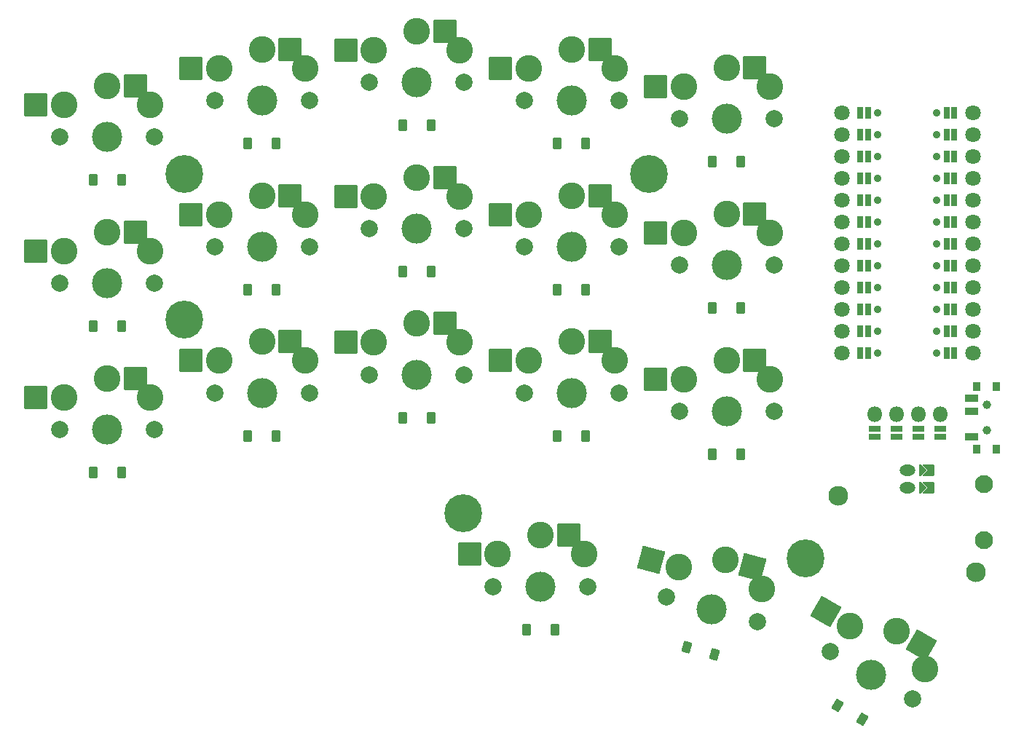
<source format=gbr>
%TF.GenerationSoftware,KiCad,Pcbnew,8.0.1*%
%TF.CreationDate,2024-12-01T01:33:27+09:00*%
%TF.ProjectId,corney_island_wireless_autorouted,636f726e-6579-45f6-9973-6c616e645f77,0.2*%
%TF.SameCoordinates,Original*%
%TF.FileFunction,Soldermask,Top*%
%TF.FilePolarity,Negative*%
%FSLAX46Y46*%
G04 Gerber Fmt 4.6, Leading zero omitted, Abs format (unit mm)*
G04 Created by KiCad (PCBNEW 8.0.1) date 2024-12-01 01:33:27*
%MOMM*%
%LPD*%
G01*
G04 APERTURE LIST*
G04 Aperture macros list*
%AMRoundRect*
0 Rectangle with rounded corners*
0 $1 Rounding radius*
0 $2 $3 $4 $5 $6 $7 $8 $9 X,Y pos of 4 corners*
0 Add a 4 corners polygon primitive as box body*
4,1,4,$2,$3,$4,$5,$6,$7,$8,$9,$2,$3,0*
0 Add four circle primitives for the rounded corners*
1,1,$1+$1,$2,$3*
1,1,$1+$1,$4,$5*
1,1,$1+$1,$6,$7*
1,1,$1+$1,$8,$9*
0 Add four rect primitives between the rounded corners*
20,1,$1+$1,$2,$3,$4,$5,0*
20,1,$1+$1,$4,$5,$6,$7,0*
20,1,$1+$1,$6,$7,$8,$9,0*
20,1,$1+$1,$8,$9,$2,$3,0*%
%AMFreePoly0*
4,1,16,0.635355,0.285355,0.650000,0.250000,0.650000,-1.000000,0.635355,-1.035355,0.600000,-1.050000,0.564645,-1.035355,0.000000,-0.470710,-0.564645,-1.035355,-0.600000,-1.050000,-0.635355,-1.035355,-0.650000,-1.000000,-0.650000,0.250000,-0.635355,0.285355,-0.600000,0.300000,0.600000,0.300000,0.635355,0.285355,0.635355,0.285355,$1*%
%AMFreePoly1*
4,1,14,0.035355,0.435355,0.635355,-0.164645,0.650000,-0.200000,0.650000,-0.400000,0.635355,-0.435355,0.600000,-0.450000,-0.600000,-0.450000,-0.635355,-0.435355,-0.650000,-0.400000,-0.650000,-0.200000,-0.635355,-0.164645,-0.035355,0.435355,0.000000,0.450000,0.035355,0.435355,0.035355,0.435355,$1*%
G04 Aperture macros list end*
%ADD10C,2.100000*%
%ADD11RoundRect,0.050000X0.450000X0.600000X-0.450000X0.600000X-0.450000X-0.600000X0.450000X-0.600000X0*%
%ADD12C,4.400000*%
%ADD13C,2.000000*%
%ADD14C,3.100000*%
%ADD15C,3.500000*%
%ADD16RoundRect,0.050000X-1.300000X-1.300000X1.300000X-1.300000X1.300000X1.300000X-1.300000X1.300000X0*%
%ADD17C,1.800000*%
%ADD18RoundRect,0.050000X-0.300000X-0.600000X0.300000X-0.600000X0.300000X0.600000X-0.300000X0.600000X0*%
%ADD19C,0.900000*%
%ADD20RoundRect,0.050000X-1.775833X-0.475833X0.475833X-1.775833X1.775833X0.475833X-0.475833X1.775833X0*%
%ADD21RoundRect,0.050000X0.400000X-0.500000X0.400000X0.500000X-0.400000X0.500000X-0.400000X-0.500000X0*%
%ADD22C,1.000000*%
%ADD23RoundRect,0.050000X0.750000X-0.350000X0.750000X0.350000X-0.750000X0.350000X-0.750000X-0.350000X0*%
%ADD24RoundRect,0.050000X0.689711X0.294615X-0.089711X0.744615X-0.689711X-0.294615X0.089711X-0.744615X0*%
%ADD25RoundRect,0.050000X0.589958X0.463087X-0.279375X0.696024X-0.589958X-0.463087X0.279375X-0.696024X0*%
%ADD26RoundRect,0.050000X-1.592168X-0.919239X0.919239X-1.592168X1.592168X0.919239X-0.919239X1.592168X0*%
%ADD27C,2.300000*%
%ADD28FreePoly0,270.000000*%
%ADD29O,1.850000X1.300000*%
%ADD30FreePoly1,270.000000*%
%ADD31O,1.800000X1.800000*%
%ADD32RoundRect,0.050000X0.600000X-0.300000X0.600000X0.300000X-0.600000X0.300000X-0.600000X-0.300000X0*%
G04 APERTURE END LIST*
D10*
%TO.C,B1*%
X201900000Y-106375000D03*
X201900000Y-112875000D03*
%TD*%
D11*
%TO.C,D27*%
X137650000Y-64625000D03*
X134350000Y-64625000D03*
%TD*%
D12*
%TO.C,MH4*%
X109000000Y-87250000D03*
%TD*%
D13*
%TO.C,S29*%
X148500000Y-78750000D03*
D14*
X149000000Y-75000000D03*
X154000000Y-72800000D03*
D15*
X154000000Y-78750000D03*
D13*
X159500000Y-78750000D03*
D16*
X157275000Y-72800000D03*
X145725000Y-75000000D03*
%TD*%
D13*
%TO.C,S25*%
X130500000Y-93625000D03*
D14*
X131000000Y-89875000D03*
X136000000Y-87675000D03*
D15*
X136000000Y-93625000D03*
D13*
X141500000Y-93625000D03*
D16*
X139275000Y-87675000D03*
X127725000Y-89875000D03*
%TD*%
D17*
%TO.C,MCU1*%
X200620000Y-63170000D03*
X200620000Y-65710000D03*
X200620000Y-68250000D03*
X200620000Y-70790000D03*
X200620000Y-73330000D03*
X200620000Y-75870000D03*
X200620000Y-78410000D03*
X200620000Y-80950000D03*
X200620000Y-83490000D03*
X200620000Y-86030000D03*
X200620000Y-88570000D03*
X200620000Y-91110000D03*
X185380000Y-91110000D03*
D18*
X187520000Y-91110000D03*
X198480000Y-91110000D03*
D17*
X185380000Y-88570000D03*
D18*
X187520000Y-88570000D03*
X198480000Y-88570000D03*
D17*
X185380000Y-86030000D03*
D18*
X187520000Y-86030000D03*
X198480000Y-86030000D03*
D17*
X185380000Y-83490000D03*
D18*
X187520000Y-83490000D03*
X198480000Y-83490000D03*
D17*
X185380000Y-80950000D03*
D18*
X187520000Y-80950000D03*
X198480000Y-80950000D03*
D17*
X185380000Y-78410000D03*
D18*
X187520000Y-78410000D03*
X198480000Y-78410000D03*
D17*
X185380000Y-75870000D03*
D18*
X187520000Y-75870000D03*
X198480000Y-75870000D03*
D17*
X185380000Y-73330000D03*
D18*
X187520000Y-73330000D03*
X198480000Y-73330000D03*
D17*
X185380000Y-70790000D03*
D18*
X187520000Y-70790000D03*
X198480000Y-70790000D03*
D17*
X185380000Y-68250000D03*
D18*
X187520000Y-68250000D03*
X198480000Y-68250000D03*
D17*
X185380000Y-65710000D03*
D18*
X187520000Y-65710000D03*
X198480000Y-65710000D03*
D17*
X185380000Y-63170000D03*
D18*
X187520000Y-63170000D03*
X198480000Y-63170000D03*
D19*
X196400000Y-63170000D03*
D18*
X197580000Y-63170000D03*
D19*
X196400000Y-65710000D03*
D18*
X197580000Y-65710000D03*
D19*
X196400000Y-68250000D03*
D18*
X197580000Y-68250000D03*
D19*
X196400000Y-70790000D03*
D18*
X197580000Y-70790000D03*
D19*
X196400000Y-73330000D03*
D18*
X197580000Y-73330000D03*
D19*
X196400000Y-75870000D03*
D18*
X197580000Y-75870000D03*
D19*
X196400000Y-78410000D03*
D18*
X197580000Y-78410000D03*
D19*
X196400000Y-80950000D03*
D18*
X197580000Y-80950000D03*
D19*
X196400000Y-83490000D03*
D18*
X197580000Y-83490000D03*
D19*
X196400000Y-86030000D03*
D18*
X197580000Y-86030000D03*
D19*
X196400000Y-88570000D03*
D18*
X197580000Y-88570000D03*
D19*
X196400000Y-91110000D03*
D18*
X197580000Y-91110000D03*
X188420000Y-91110000D03*
D19*
X189600000Y-91110000D03*
D18*
X188420000Y-88570000D03*
D19*
X189600000Y-88570000D03*
D18*
X188420000Y-86030000D03*
D19*
X189600000Y-86030000D03*
D18*
X188420000Y-83490000D03*
D19*
X189600000Y-83490000D03*
D18*
X188420000Y-80950000D03*
D19*
X189600000Y-80950000D03*
D18*
X188420000Y-78410000D03*
D19*
X189600000Y-78410000D03*
D18*
X188420000Y-75870000D03*
D19*
X189600000Y-75870000D03*
D18*
X188420000Y-73330000D03*
D19*
X189600000Y-73330000D03*
D18*
X188420000Y-70790000D03*
D19*
X189600000Y-70790000D03*
D18*
X188420000Y-68250000D03*
D19*
X189600000Y-68250000D03*
D18*
X188420000Y-65710000D03*
D19*
X189600000Y-65710000D03*
D18*
X188420000Y-63170000D03*
D19*
X189600000Y-63170000D03*
%TD*%
D11*
%TO.C,D32*%
X173650000Y-85875000D03*
X170350000Y-85875000D03*
%TD*%
%TO.C,D30*%
X155650000Y-66750000D03*
X152350000Y-66750000D03*
%TD*%
D13*
%TO.C,S21*%
X94500000Y-66000000D03*
D14*
X95000000Y-62250000D03*
X100000000Y-60050000D03*
D15*
X100000000Y-66000000D03*
D13*
X105500000Y-66000000D03*
D16*
X103275000Y-60050000D03*
X91725000Y-62250000D03*
%TD*%
D11*
%TO.C,D19*%
X101650000Y-105000000D03*
X98350000Y-105000000D03*
%TD*%
%TO.C,D26*%
X137650000Y-81625000D03*
X134350000Y-81625000D03*
%TD*%
D13*
%TO.C,S36*%
X184067760Y-125822500D03*
D14*
X186375773Y-122824905D03*
X191805900Y-123419649D03*
D15*
X188830900Y-128572500D03*
D13*
X193594040Y-131322500D03*
D20*
X194642133Y-125057149D03*
X183539540Y-121187405D03*
%TD*%
D13*
%TO.C,S22*%
X112500000Y-95750000D03*
D14*
X113000000Y-92000000D03*
X118000000Y-89800000D03*
D15*
X118000000Y-95750000D03*
D13*
X123500000Y-95750000D03*
D16*
X121275000Y-89800000D03*
X109725000Y-92000000D03*
%TD*%
D12*
%TO.C,MH5*%
X163000000Y-70250000D03*
%TD*%
%TO.C,MH6*%
X141400000Y-109775000D03*
%TD*%
D13*
%TO.C,S31*%
X166500000Y-97875000D03*
D14*
X167000000Y-94125000D03*
X172000000Y-91925000D03*
D15*
X172000000Y-97875000D03*
D13*
X177500000Y-97875000D03*
D16*
X175275000Y-91925000D03*
X163725000Y-94125000D03*
%TD*%
D11*
%TO.C,D33*%
X173650000Y-68875000D03*
X170350000Y-68875000D03*
%TD*%
D21*
%TO.C,PWR1*%
X201115000Y-94975000D03*
X201115000Y-102275000D03*
D22*
X202225000Y-97125000D03*
X202225000Y-100125000D03*
D21*
X203325000Y-94975000D03*
X203325000Y-102275000D03*
D23*
X200465000Y-100875000D03*
X200465000Y-97875000D03*
X200465000Y-96375000D03*
%TD*%
D13*
%TO.C,S26*%
X130500000Y-76625000D03*
D14*
X131000000Y-72875000D03*
X136000000Y-70675000D03*
D15*
X136000000Y-76625000D03*
D13*
X141500000Y-76625000D03*
D16*
X139275000Y-70675000D03*
X127725000Y-72875000D03*
%TD*%
D11*
%TO.C,D20*%
X101650000Y-88000000D03*
X98350000Y-88000000D03*
%TD*%
D13*
%TO.C,S32*%
X166500000Y-80875000D03*
D14*
X167000000Y-77125000D03*
X172000000Y-74925000D03*
D15*
X172000000Y-80875000D03*
D13*
X177500000Y-80875000D03*
D16*
X175275000Y-74925000D03*
X163725000Y-77125000D03*
%TD*%
D11*
%TO.C,D21*%
X101650000Y-71000000D03*
X98350000Y-71000000D03*
%TD*%
%TO.C,D31*%
X173650000Y-102875000D03*
X170350000Y-102875000D03*
%TD*%
D24*
%TO.C,D36*%
X187759842Y-133727700D03*
X184901958Y-132077700D03*
%TD*%
D11*
%TO.C,D28*%
X155650000Y-100750000D03*
X152350000Y-100750000D03*
%TD*%
%TO.C,D29*%
X155650000Y-83750000D03*
X152350000Y-83750000D03*
%TD*%
D25*
%TO.C,D35*%
X170592978Y-126150650D03*
X167405422Y-125296550D03*
%TD*%
D11*
%TO.C,D23*%
X119650000Y-83750000D03*
X116350000Y-83750000D03*
%TD*%
D13*
%TO.C,S27*%
X130500000Y-59625000D03*
D14*
X131000000Y-55875000D03*
X136000000Y-53675000D03*
D15*
X136000000Y-59625000D03*
D13*
X141500000Y-59625000D03*
D16*
X139275000Y-53675000D03*
X127725000Y-55875000D03*
%TD*%
D11*
%TO.C,D22*%
X119650000Y-100750000D03*
X116350000Y-100750000D03*
%TD*%
D13*
%TO.C,S33*%
X166500000Y-63875000D03*
D14*
X167000000Y-60125000D03*
X172000000Y-57925000D03*
D15*
X172000000Y-63875000D03*
D13*
X177500000Y-63875000D03*
D16*
X175275000Y-57925000D03*
X163725000Y-60125000D03*
%TD*%
D13*
%TO.C,S35*%
X164980708Y-119470495D03*
D14*
X166434242Y-115977683D03*
X171833273Y-115146741D03*
D15*
X170293300Y-120894000D03*
D13*
X175605892Y-122317505D03*
D26*
X174996680Y-115994374D03*
X163270835Y-115130051D03*
%TD*%
D13*
%TO.C,S23*%
X112500000Y-78750000D03*
D14*
X113000000Y-75000000D03*
X118000000Y-72800000D03*
D15*
X118000000Y-78750000D03*
D13*
X123500000Y-78750000D03*
D16*
X121275000Y-72800000D03*
X109725000Y-75000000D03*
%TD*%
D13*
%TO.C,S24*%
X112500000Y-61750000D03*
D14*
X113000000Y-58000000D03*
X118000000Y-55800000D03*
D15*
X118000000Y-61750000D03*
D13*
X123500000Y-61750000D03*
D16*
X121275000Y-55800000D03*
X109725000Y-58000000D03*
%TD*%
D13*
%TO.C,S34*%
X144900000Y-118275000D03*
D14*
X145400000Y-114525000D03*
X150400000Y-112325000D03*
D15*
X150400000Y-118275000D03*
D13*
X155900000Y-118275000D03*
D16*
X153675000Y-112325000D03*
X142125000Y-114525000D03*
%TD*%
D13*
%TO.C,S30*%
X148500000Y-61750000D03*
D14*
X149000000Y-58000000D03*
X154000000Y-55800000D03*
D15*
X154000000Y-61750000D03*
D13*
X159500000Y-61750000D03*
D16*
X157275000Y-55800000D03*
X145725000Y-58000000D03*
%TD*%
D27*
%TO.C,MH1*%
X185000000Y-107700000D03*
%TD*%
D13*
%TO.C,S28*%
X148500000Y-95750000D03*
D14*
X149000000Y-92000000D03*
X154000000Y-89800000D03*
D15*
X154000000Y-95750000D03*
D13*
X159500000Y-95750000D03*
D16*
X157275000Y-89800000D03*
X145725000Y-92000000D03*
%TD*%
D11*
%TO.C,D24*%
X119650000Y-66750000D03*
X116350000Y-66750000D03*
%TD*%
D28*
%TO.C,JST1*%
X195816000Y-106750000D03*
X195816000Y-104750000D03*
D29*
X193000000Y-106750000D03*
X193000000Y-104750000D03*
D30*
X194800000Y-106750000D03*
X194800000Y-104750000D03*
%TD*%
D13*
%TO.C,S20*%
X94500000Y-83000000D03*
D14*
X95000000Y-79250000D03*
X100000000Y-77050000D03*
D15*
X100000000Y-83000000D03*
D13*
X105500000Y-83000000D03*
D16*
X103275000Y-77050000D03*
X91725000Y-79250000D03*
%TD*%
D27*
%TO.C,MH2*%
X201000000Y-116600000D03*
%TD*%
D13*
%TO.C,S19*%
X94500000Y-100000000D03*
D14*
X95000000Y-96250000D03*
X100000000Y-94050000D03*
D15*
X100000000Y-100000000D03*
D13*
X105500000Y-100000000D03*
D16*
X103275000Y-94050000D03*
X91725000Y-96250000D03*
%TD*%
D11*
%TO.C,D34*%
X152050000Y-123275000D03*
X148750000Y-123275000D03*
%TD*%
D31*
%TO.C,DISP1*%
X189190000Y-98200000D03*
X191730000Y-98200000D03*
X194270000Y-98200000D03*
X196810000Y-98200000D03*
D32*
X189190000Y-100850000D03*
X191730000Y-100850000D03*
X194270000Y-100850000D03*
X196810000Y-100850000D03*
X189190000Y-99950000D03*
X191730000Y-99950000D03*
X194270000Y-99950000D03*
X196810000Y-99950000D03*
%TD*%
D12*
%TO.C,MH3*%
X109000000Y-70250000D03*
%TD*%
%TO.C,MH7*%
X181186600Y-115013000D03*
%TD*%
D11*
%TO.C,D25*%
X137650000Y-98625000D03*
X134350000Y-98625000D03*
%TD*%
D13*
%TO.C,S2*%
X94500000Y-83000000D03*
D14*
X100000000Y-77050000D03*
D15*
X100000000Y-83000000D03*
D14*
X105000000Y-79250000D03*
D13*
X105500000Y-83000000D03*
%TD*%
%TO.C,S13*%
X166500000Y-97875000D03*
D14*
X172000000Y-91925000D03*
D15*
X172000000Y-97875000D03*
D14*
X177000000Y-94125000D03*
D13*
X177500000Y-97875000D03*
%TD*%
%TO.C,S14*%
X166500000Y-80875000D03*
D14*
X172000000Y-74925000D03*
D15*
X172000000Y-80875000D03*
D14*
X177000000Y-77125000D03*
D13*
X177500000Y-80875000D03*
%TD*%
%TO.C,S11*%
X148500000Y-78750000D03*
D14*
X154000000Y-72800000D03*
D15*
X154000000Y-78750000D03*
D14*
X159000000Y-75000000D03*
D13*
X159500000Y-78750000D03*
%TD*%
%TO.C,S6*%
X112500000Y-61750000D03*
D14*
X118000000Y-55800000D03*
D15*
X118000000Y-61750000D03*
D14*
X123000000Y-58000000D03*
D13*
X123500000Y-61750000D03*
%TD*%
%TO.C,S16*%
X144900000Y-118275000D03*
D14*
X150400000Y-112325000D03*
D15*
X150400000Y-118275000D03*
D14*
X155400000Y-114525000D03*
D13*
X155900000Y-118275000D03*
%TD*%
%TO.C,S18*%
X184067760Y-125822500D03*
D14*
X191805900Y-123419649D03*
D15*
X188830900Y-128572500D03*
D14*
X195036027Y-127824905D03*
D13*
X193594040Y-131322500D03*
%TD*%
%TO.C,S10*%
X148500000Y-95750000D03*
D14*
X154000000Y-89800000D03*
D15*
X154000000Y-95750000D03*
D14*
X159000000Y-92000000D03*
D13*
X159500000Y-95750000D03*
%TD*%
%TO.C,S9*%
X130500000Y-59625000D03*
D14*
X136000000Y-53675000D03*
D15*
X136000000Y-59625000D03*
D14*
X141000000Y-55875000D03*
D13*
X141500000Y-59625000D03*
%TD*%
%TO.C,S8*%
X130500000Y-76625000D03*
D14*
X136000000Y-70675000D03*
D15*
X136000000Y-76625000D03*
D14*
X141000000Y-72875000D03*
D13*
X141500000Y-76625000D03*
%TD*%
%TO.C,S15*%
X166500000Y-63875000D03*
D14*
X172000000Y-57925000D03*
D15*
X172000000Y-63875000D03*
D14*
X177000000Y-60125000D03*
D13*
X177500000Y-63875000D03*
%TD*%
%TO.C,S3*%
X94500000Y-66000000D03*
D14*
X100000000Y-60050000D03*
D15*
X100000000Y-66000000D03*
D14*
X105000000Y-62250000D03*
D13*
X105500000Y-66000000D03*
%TD*%
%TO.C,S12*%
X148500000Y-61750000D03*
D14*
X154000000Y-55800000D03*
D15*
X154000000Y-61750000D03*
D14*
X159000000Y-58000000D03*
D13*
X159500000Y-61750000D03*
%TD*%
%TO.C,S4*%
X112500000Y-95750000D03*
D14*
X118000000Y-89800000D03*
D15*
X118000000Y-95750000D03*
D14*
X123000000Y-92000000D03*
D13*
X123500000Y-95750000D03*
%TD*%
%TO.C,S5*%
X112500000Y-78750000D03*
D14*
X118000000Y-72800000D03*
D15*
X118000000Y-78750000D03*
D14*
X123000000Y-75000000D03*
D13*
X123500000Y-78750000D03*
%TD*%
%TO.C,S1*%
X94500000Y-100000000D03*
D14*
X100000000Y-94050000D03*
D15*
X100000000Y-100000000D03*
D14*
X105000000Y-96250000D03*
D13*
X105500000Y-100000000D03*
%TD*%
%TO.C,S7*%
X130500000Y-93625000D03*
D14*
X136000000Y-87675000D03*
D15*
X136000000Y-93625000D03*
D14*
X141000000Y-89875000D03*
D13*
X141500000Y-93625000D03*
%TD*%
%TO.C,S17*%
X164980708Y-119470495D03*
D14*
X171833273Y-115146741D03*
D15*
X170293300Y-120894000D03*
D14*
X176093501Y-118565873D03*
D13*
X175605892Y-122317505D03*
%TD*%
M02*

</source>
